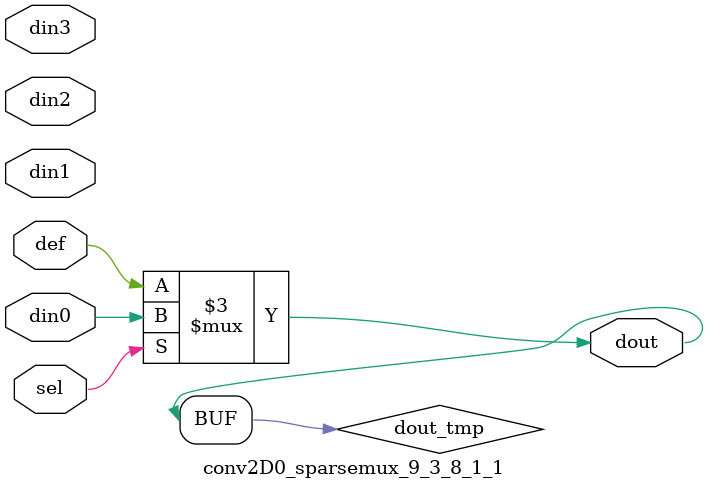
<source format=v>
`timescale 1ns / 1ps

module conv2D0_sparsemux_9_3_8_1_1 (din0,din1,din2,din3,def,sel,dout);

parameter din0_WIDTH = 1;

parameter din1_WIDTH = 1;

parameter din2_WIDTH = 1;

parameter din3_WIDTH = 1;

parameter def_WIDTH = 1;
parameter sel_WIDTH = 1;
parameter dout_WIDTH = 1;

parameter [sel_WIDTH-1:0] CASE0 = 1;

parameter [sel_WIDTH-1:0] CASE1 = 1;

parameter [sel_WIDTH-1:0] CASE2 = 1;

parameter [sel_WIDTH-1:0] CASE3 = 1;

parameter ID = 1;
parameter NUM_STAGE = 1;



input [din0_WIDTH-1:0] din0;

input [din1_WIDTH-1:0] din1;

input [din2_WIDTH-1:0] din2;

input [din3_WIDTH-1:0] din3;

input [def_WIDTH-1:0] def;
input [sel_WIDTH-1:0] sel;

output [dout_WIDTH-1:0] dout;



reg [dout_WIDTH-1:0] dout_tmp;

always @ (*) begin
case (sel)
    
    CASE0 : dout_tmp = din0;
    
    CASE1 : dout_tmp = din1;
    
    CASE2 : dout_tmp = din2;
    
    CASE3 : dout_tmp = din3;
    
    default : dout_tmp = def;
endcase
end


assign dout = dout_tmp;



endmodule

</source>
